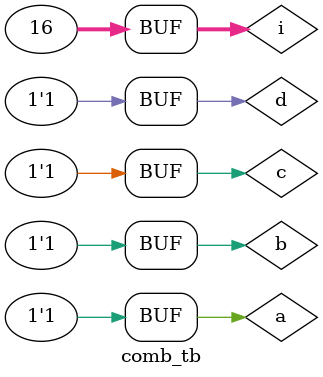
<source format=v>
module comb(input a, b, c, d,
            output y);
    assign y = (a ^ b) | (c & d);
endmodule

module comb_tb;
    reg a, b, c, d;
    wire y;
    integer i;

    comb uut(.a(a), .b(b), .c(c), .d(d), .y(y));

    initial begin
        a <= 0;
        b <= 0;
        c <= 0;
        d <= 0;

        $monitor("a = %b    b = %b    c = %b    d = %b    y = %b\n", a, b, c, d, y);

        for(i = 0; i < 16; i = i + 1) begin
            {a, b, c, d} = i;
            #10;
        end
    end
endmodule
</source>
